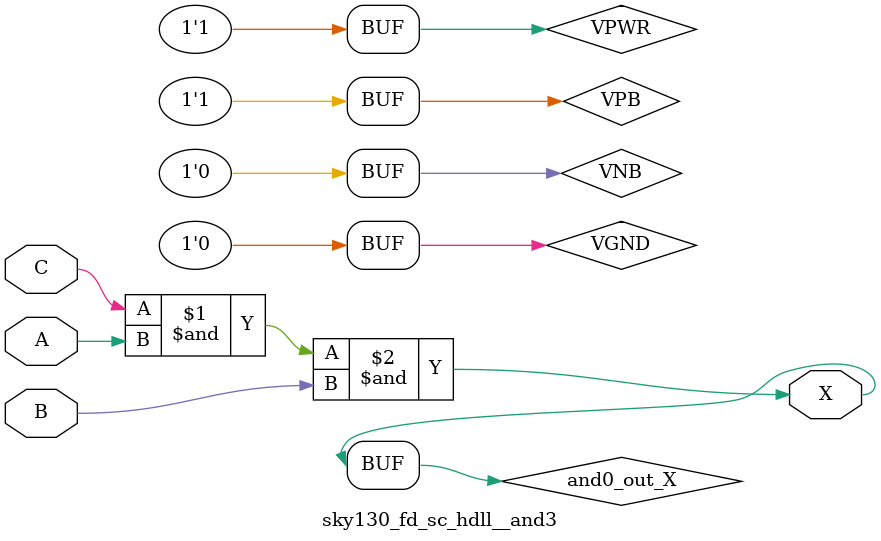
<source format=v>
/*
 * Copyright 2020 The SkyWater PDK Authors
 *
 * Licensed under the Apache License, Version 2.0 (the "License");
 * you may not use this file except in compliance with the License.
 * You may obtain a copy of the License at
 *
 *     https://www.apache.org/licenses/LICENSE-2.0
 *
 * Unless required by applicable law or agreed to in writing, software
 * distributed under the License is distributed on an "AS IS" BASIS,
 * WITHOUT WARRANTIES OR CONDITIONS OF ANY KIND, either express or implied.
 * See the License for the specific language governing permissions and
 * limitations under the License.
 *
 * SPDX-License-Identifier: Apache-2.0
*/


`ifndef SKY130_FD_SC_HDLL__AND3_BEHAVIORAL_V
`define SKY130_FD_SC_HDLL__AND3_BEHAVIORAL_V

/**
 * and3: 3-input AND.
 *
 * Verilog simulation functional model.
 */

`timescale 1ns / 1ps
`default_nettype none

`celldefine
module sky130_fd_sc_hdll__and3 (
    X,
    A,
    B,
    C
);

    // Module ports
    output X;
    input  A;
    input  B;
    input  C;

    // Module supplies
    supply1 VPWR;
    supply0 VGND;
    supply1 VPB ;
    supply0 VNB ;

    // Local signals
    wire and0_out_X;

    //  Name  Output      Other arguments
    and and0 (and0_out_X, C, A, B        );
    buf buf0 (X         , and0_out_X     );

endmodule
`endcelldefine

`default_nettype wire
`endif  // SKY130_FD_SC_HDLL__AND3_BEHAVIORAL_V
</source>
